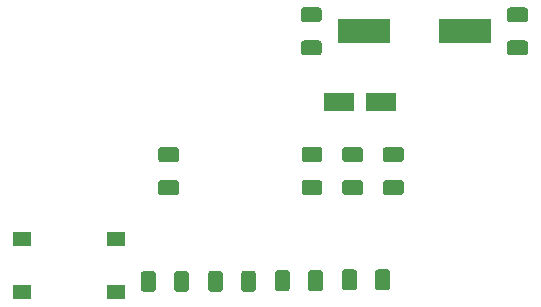
<source format=gbr>
G04 #@! TF.GenerationSoftware,KiCad,Pcbnew,(5.0.0)*
G04 #@! TF.CreationDate,2018-10-08T15:54:37-05:00*
G04 #@! TF.ProjectId,YAPS_Arduino_Shield_AVR,594150535F41726475696E6F5F536869,1.0*
G04 #@! TF.SameCoordinates,Original*
G04 #@! TF.FileFunction,Paste,Top*
G04 #@! TF.FilePolarity,Positive*
%FSLAX46Y46*%
G04 Gerber Fmt 4.6, Leading zero omitted, Abs format (unit mm)*
G04 Created by KiCad (PCBNEW (5.0.0)) date 10/08/18 15:54:37*
%MOMM*%
%LPD*%
G01*
G04 APERTURE LIST*
%ADD10C,0.127000*%
%ADD11C,1.250000*%
%ADD12R,1.550000X1.300000*%
%ADD13R,2.600000X1.600000*%
%ADD14R,4.500000X2.000000*%
G04 APERTURE END LIST*
D10*
G04 #@! TO.C,D4*
G36*
X146837504Y-118214204D02*
X146861773Y-118217804D01*
X146885571Y-118223765D01*
X146908671Y-118232030D01*
X146930849Y-118242520D01*
X146951893Y-118255133D01*
X146971598Y-118269747D01*
X146989777Y-118286223D01*
X147006253Y-118304402D01*
X147020867Y-118324107D01*
X147033480Y-118345151D01*
X147043970Y-118367329D01*
X147052235Y-118390429D01*
X147058196Y-118414227D01*
X147061796Y-118438496D01*
X147063000Y-118463000D01*
X147063000Y-119713000D01*
X147061796Y-119737504D01*
X147058196Y-119761773D01*
X147052235Y-119785571D01*
X147043970Y-119808671D01*
X147033480Y-119830849D01*
X147020867Y-119851893D01*
X147006253Y-119871598D01*
X146989777Y-119889777D01*
X146971598Y-119906253D01*
X146951893Y-119920867D01*
X146930849Y-119933480D01*
X146908671Y-119943970D01*
X146885571Y-119952235D01*
X146861773Y-119958196D01*
X146837504Y-119961796D01*
X146813000Y-119963000D01*
X146063000Y-119963000D01*
X146038496Y-119961796D01*
X146014227Y-119958196D01*
X145990429Y-119952235D01*
X145967329Y-119943970D01*
X145945151Y-119933480D01*
X145924107Y-119920867D01*
X145904402Y-119906253D01*
X145886223Y-119889777D01*
X145869747Y-119871598D01*
X145855133Y-119851893D01*
X145842520Y-119830849D01*
X145832030Y-119808671D01*
X145823765Y-119785571D01*
X145817804Y-119761773D01*
X145814204Y-119737504D01*
X145813000Y-119713000D01*
X145813000Y-118463000D01*
X145814204Y-118438496D01*
X145817804Y-118414227D01*
X145823765Y-118390429D01*
X145832030Y-118367329D01*
X145842520Y-118345151D01*
X145855133Y-118324107D01*
X145869747Y-118304402D01*
X145886223Y-118286223D01*
X145904402Y-118269747D01*
X145924107Y-118255133D01*
X145945151Y-118242520D01*
X145967329Y-118232030D01*
X145990429Y-118223765D01*
X146014227Y-118217804D01*
X146038496Y-118214204D01*
X146063000Y-118213000D01*
X146813000Y-118213000D01*
X146837504Y-118214204D01*
X146837504Y-118214204D01*
G37*
D11*
X146438000Y-119088000D03*
D10*
G36*
X149637504Y-118214204D02*
X149661773Y-118217804D01*
X149685571Y-118223765D01*
X149708671Y-118232030D01*
X149730849Y-118242520D01*
X149751893Y-118255133D01*
X149771598Y-118269747D01*
X149789777Y-118286223D01*
X149806253Y-118304402D01*
X149820867Y-118324107D01*
X149833480Y-118345151D01*
X149843970Y-118367329D01*
X149852235Y-118390429D01*
X149858196Y-118414227D01*
X149861796Y-118438496D01*
X149863000Y-118463000D01*
X149863000Y-119713000D01*
X149861796Y-119737504D01*
X149858196Y-119761773D01*
X149852235Y-119785571D01*
X149843970Y-119808671D01*
X149833480Y-119830849D01*
X149820867Y-119851893D01*
X149806253Y-119871598D01*
X149789777Y-119889777D01*
X149771598Y-119906253D01*
X149751893Y-119920867D01*
X149730849Y-119933480D01*
X149708671Y-119943970D01*
X149685571Y-119952235D01*
X149661773Y-119958196D01*
X149637504Y-119961796D01*
X149613000Y-119963000D01*
X148863000Y-119963000D01*
X148838496Y-119961796D01*
X148814227Y-119958196D01*
X148790429Y-119952235D01*
X148767329Y-119943970D01*
X148745151Y-119933480D01*
X148724107Y-119920867D01*
X148704402Y-119906253D01*
X148686223Y-119889777D01*
X148669747Y-119871598D01*
X148655133Y-119851893D01*
X148642520Y-119830849D01*
X148632030Y-119808671D01*
X148623765Y-119785571D01*
X148617804Y-119761773D01*
X148614204Y-119737504D01*
X148613000Y-119713000D01*
X148613000Y-118463000D01*
X148614204Y-118438496D01*
X148617804Y-118414227D01*
X148623765Y-118390429D01*
X148632030Y-118367329D01*
X148642520Y-118345151D01*
X148655133Y-118324107D01*
X148669747Y-118304402D01*
X148686223Y-118286223D01*
X148704402Y-118269747D01*
X148724107Y-118255133D01*
X148745151Y-118242520D01*
X148767329Y-118232030D01*
X148790429Y-118223765D01*
X148814227Y-118217804D01*
X148838496Y-118214204D01*
X148863000Y-118213000D01*
X149613000Y-118213000D01*
X149637504Y-118214204D01*
X149637504Y-118214204D01*
G37*
D11*
X149238000Y-119088000D03*
G04 #@! TD*
D10*
G04 #@! TO.C,R4*
G36*
X148800504Y-107732204D02*
X148824773Y-107735804D01*
X148848571Y-107741765D01*
X148871671Y-107750030D01*
X148893849Y-107760520D01*
X148914893Y-107773133D01*
X148934598Y-107787747D01*
X148952777Y-107804223D01*
X148969253Y-107822402D01*
X148983867Y-107842107D01*
X148996480Y-107863151D01*
X149006970Y-107885329D01*
X149015235Y-107908429D01*
X149021196Y-107932227D01*
X149024796Y-107956496D01*
X149026000Y-107981000D01*
X149026000Y-108731000D01*
X149024796Y-108755504D01*
X149021196Y-108779773D01*
X149015235Y-108803571D01*
X149006970Y-108826671D01*
X148996480Y-108848849D01*
X148983867Y-108869893D01*
X148969253Y-108889598D01*
X148952777Y-108907777D01*
X148934598Y-108924253D01*
X148914893Y-108938867D01*
X148893849Y-108951480D01*
X148871671Y-108961970D01*
X148848571Y-108970235D01*
X148824773Y-108976196D01*
X148800504Y-108979796D01*
X148776000Y-108981000D01*
X147526000Y-108981000D01*
X147501496Y-108979796D01*
X147477227Y-108976196D01*
X147453429Y-108970235D01*
X147430329Y-108961970D01*
X147408151Y-108951480D01*
X147387107Y-108938867D01*
X147367402Y-108924253D01*
X147349223Y-108907777D01*
X147332747Y-108889598D01*
X147318133Y-108869893D01*
X147305520Y-108848849D01*
X147295030Y-108826671D01*
X147286765Y-108803571D01*
X147280804Y-108779773D01*
X147277204Y-108755504D01*
X147276000Y-108731000D01*
X147276000Y-107981000D01*
X147277204Y-107956496D01*
X147280804Y-107932227D01*
X147286765Y-107908429D01*
X147295030Y-107885329D01*
X147305520Y-107863151D01*
X147318133Y-107842107D01*
X147332747Y-107822402D01*
X147349223Y-107804223D01*
X147367402Y-107787747D01*
X147387107Y-107773133D01*
X147408151Y-107760520D01*
X147430329Y-107750030D01*
X147453429Y-107741765D01*
X147477227Y-107735804D01*
X147501496Y-107732204D01*
X147526000Y-107731000D01*
X148776000Y-107731000D01*
X148800504Y-107732204D01*
X148800504Y-107732204D01*
G37*
D11*
X148151000Y-108356000D03*
D10*
G36*
X148800504Y-110532204D02*
X148824773Y-110535804D01*
X148848571Y-110541765D01*
X148871671Y-110550030D01*
X148893849Y-110560520D01*
X148914893Y-110573133D01*
X148934598Y-110587747D01*
X148952777Y-110604223D01*
X148969253Y-110622402D01*
X148983867Y-110642107D01*
X148996480Y-110663151D01*
X149006970Y-110685329D01*
X149015235Y-110708429D01*
X149021196Y-110732227D01*
X149024796Y-110756496D01*
X149026000Y-110781000D01*
X149026000Y-111531000D01*
X149024796Y-111555504D01*
X149021196Y-111579773D01*
X149015235Y-111603571D01*
X149006970Y-111626671D01*
X148996480Y-111648849D01*
X148983867Y-111669893D01*
X148969253Y-111689598D01*
X148952777Y-111707777D01*
X148934598Y-111724253D01*
X148914893Y-111738867D01*
X148893849Y-111751480D01*
X148871671Y-111761970D01*
X148848571Y-111770235D01*
X148824773Y-111776196D01*
X148800504Y-111779796D01*
X148776000Y-111781000D01*
X147526000Y-111781000D01*
X147501496Y-111779796D01*
X147477227Y-111776196D01*
X147453429Y-111770235D01*
X147430329Y-111761970D01*
X147408151Y-111751480D01*
X147387107Y-111738867D01*
X147367402Y-111724253D01*
X147349223Y-111707777D01*
X147332747Y-111689598D01*
X147318133Y-111669893D01*
X147305520Y-111648849D01*
X147295030Y-111626671D01*
X147286765Y-111603571D01*
X147280804Y-111579773D01*
X147277204Y-111555504D01*
X147276000Y-111531000D01*
X147276000Y-110781000D01*
X147277204Y-110756496D01*
X147280804Y-110732227D01*
X147286765Y-110708429D01*
X147295030Y-110685329D01*
X147305520Y-110663151D01*
X147318133Y-110642107D01*
X147332747Y-110622402D01*
X147349223Y-110604223D01*
X147367402Y-110587747D01*
X147387107Y-110573133D01*
X147408151Y-110560520D01*
X147430329Y-110550030D01*
X147453429Y-110541765D01*
X147477227Y-110535804D01*
X147501496Y-110532204D01*
X147526000Y-110531000D01*
X148776000Y-110531000D01*
X148800504Y-110532204D01*
X148800504Y-110532204D01*
G37*
D11*
X148151000Y-111156000D03*
G04 #@! TD*
D12*
G04 #@! TO.C,SW1*
X135743000Y-115482000D03*
X143693000Y-115482000D03*
X135743000Y-119982000D03*
X143693000Y-119982000D03*
G04 #@! TD*
D10*
G04 #@! TO.C,C1*
G36*
X160872504Y-95888104D02*
X160896773Y-95891704D01*
X160920571Y-95897665D01*
X160943671Y-95905930D01*
X160965849Y-95916420D01*
X160986893Y-95929033D01*
X161006598Y-95943647D01*
X161024777Y-95960123D01*
X161041253Y-95978302D01*
X161055867Y-95998007D01*
X161068480Y-96019051D01*
X161078970Y-96041229D01*
X161087235Y-96064329D01*
X161093196Y-96088127D01*
X161096796Y-96112396D01*
X161098000Y-96136900D01*
X161098000Y-96886900D01*
X161096796Y-96911404D01*
X161093196Y-96935673D01*
X161087235Y-96959471D01*
X161078970Y-96982571D01*
X161068480Y-97004749D01*
X161055867Y-97025793D01*
X161041253Y-97045498D01*
X161024777Y-97063677D01*
X161006598Y-97080153D01*
X160986893Y-97094767D01*
X160965849Y-97107380D01*
X160943671Y-97117870D01*
X160920571Y-97126135D01*
X160896773Y-97132096D01*
X160872504Y-97135696D01*
X160848000Y-97136900D01*
X159598000Y-97136900D01*
X159573496Y-97135696D01*
X159549227Y-97132096D01*
X159525429Y-97126135D01*
X159502329Y-97117870D01*
X159480151Y-97107380D01*
X159459107Y-97094767D01*
X159439402Y-97080153D01*
X159421223Y-97063677D01*
X159404747Y-97045498D01*
X159390133Y-97025793D01*
X159377520Y-97004749D01*
X159367030Y-96982571D01*
X159358765Y-96959471D01*
X159352804Y-96935673D01*
X159349204Y-96911404D01*
X159348000Y-96886900D01*
X159348000Y-96136900D01*
X159349204Y-96112396D01*
X159352804Y-96088127D01*
X159358765Y-96064329D01*
X159367030Y-96041229D01*
X159377520Y-96019051D01*
X159390133Y-95998007D01*
X159404747Y-95978302D01*
X159421223Y-95960123D01*
X159439402Y-95943647D01*
X159459107Y-95929033D01*
X159480151Y-95916420D01*
X159502329Y-95905930D01*
X159525429Y-95897665D01*
X159549227Y-95891704D01*
X159573496Y-95888104D01*
X159598000Y-95886900D01*
X160848000Y-95886900D01*
X160872504Y-95888104D01*
X160872504Y-95888104D01*
G37*
D11*
X160223000Y-96511900D03*
D10*
G36*
X160872504Y-98688104D02*
X160896773Y-98691704D01*
X160920571Y-98697665D01*
X160943671Y-98705930D01*
X160965849Y-98716420D01*
X160986893Y-98729033D01*
X161006598Y-98743647D01*
X161024777Y-98760123D01*
X161041253Y-98778302D01*
X161055867Y-98798007D01*
X161068480Y-98819051D01*
X161078970Y-98841229D01*
X161087235Y-98864329D01*
X161093196Y-98888127D01*
X161096796Y-98912396D01*
X161098000Y-98936900D01*
X161098000Y-99686900D01*
X161096796Y-99711404D01*
X161093196Y-99735673D01*
X161087235Y-99759471D01*
X161078970Y-99782571D01*
X161068480Y-99804749D01*
X161055867Y-99825793D01*
X161041253Y-99845498D01*
X161024777Y-99863677D01*
X161006598Y-99880153D01*
X160986893Y-99894767D01*
X160965849Y-99907380D01*
X160943671Y-99917870D01*
X160920571Y-99926135D01*
X160896773Y-99932096D01*
X160872504Y-99935696D01*
X160848000Y-99936900D01*
X159598000Y-99936900D01*
X159573496Y-99935696D01*
X159549227Y-99932096D01*
X159525429Y-99926135D01*
X159502329Y-99917870D01*
X159480151Y-99907380D01*
X159459107Y-99894767D01*
X159439402Y-99880153D01*
X159421223Y-99863677D01*
X159404747Y-99845498D01*
X159390133Y-99825793D01*
X159377520Y-99804749D01*
X159367030Y-99782571D01*
X159358765Y-99759471D01*
X159352804Y-99735673D01*
X159349204Y-99711404D01*
X159348000Y-99686900D01*
X159348000Y-98936900D01*
X159349204Y-98912396D01*
X159352804Y-98888127D01*
X159358765Y-98864329D01*
X159367030Y-98841229D01*
X159377520Y-98819051D01*
X159390133Y-98798007D01*
X159404747Y-98778302D01*
X159421223Y-98760123D01*
X159439402Y-98743647D01*
X159459107Y-98729033D01*
X159480151Y-98716420D01*
X159502329Y-98705930D01*
X159525429Y-98697665D01*
X159549227Y-98691704D01*
X159573496Y-98688104D01*
X159598000Y-98686900D01*
X160848000Y-98686900D01*
X160872504Y-98688104D01*
X160872504Y-98688104D01*
G37*
D11*
X160223000Y-99311900D03*
G04 #@! TD*
D10*
G04 #@! TO.C,C2*
G36*
X178340504Y-98688104D02*
X178364773Y-98691704D01*
X178388571Y-98697665D01*
X178411671Y-98705930D01*
X178433849Y-98716420D01*
X178454893Y-98729033D01*
X178474598Y-98743647D01*
X178492777Y-98760123D01*
X178509253Y-98778302D01*
X178523867Y-98798007D01*
X178536480Y-98819051D01*
X178546970Y-98841229D01*
X178555235Y-98864329D01*
X178561196Y-98888127D01*
X178564796Y-98912396D01*
X178566000Y-98936900D01*
X178566000Y-99686900D01*
X178564796Y-99711404D01*
X178561196Y-99735673D01*
X178555235Y-99759471D01*
X178546970Y-99782571D01*
X178536480Y-99804749D01*
X178523867Y-99825793D01*
X178509253Y-99845498D01*
X178492777Y-99863677D01*
X178474598Y-99880153D01*
X178454893Y-99894767D01*
X178433849Y-99907380D01*
X178411671Y-99917870D01*
X178388571Y-99926135D01*
X178364773Y-99932096D01*
X178340504Y-99935696D01*
X178316000Y-99936900D01*
X177066000Y-99936900D01*
X177041496Y-99935696D01*
X177017227Y-99932096D01*
X176993429Y-99926135D01*
X176970329Y-99917870D01*
X176948151Y-99907380D01*
X176927107Y-99894767D01*
X176907402Y-99880153D01*
X176889223Y-99863677D01*
X176872747Y-99845498D01*
X176858133Y-99825793D01*
X176845520Y-99804749D01*
X176835030Y-99782571D01*
X176826765Y-99759471D01*
X176820804Y-99735673D01*
X176817204Y-99711404D01*
X176816000Y-99686900D01*
X176816000Y-98936900D01*
X176817204Y-98912396D01*
X176820804Y-98888127D01*
X176826765Y-98864329D01*
X176835030Y-98841229D01*
X176845520Y-98819051D01*
X176858133Y-98798007D01*
X176872747Y-98778302D01*
X176889223Y-98760123D01*
X176907402Y-98743647D01*
X176927107Y-98729033D01*
X176948151Y-98716420D01*
X176970329Y-98705930D01*
X176993429Y-98697665D01*
X177017227Y-98691704D01*
X177041496Y-98688104D01*
X177066000Y-98686900D01*
X178316000Y-98686900D01*
X178340504Y-98688104D01*
X178340504Y-98688104D01*
G37*
D11*
X177691000Y-99311900D03*
D10*
G36*
X178340504Y-95888104D02*
X178364773Y-95891704D01*
X178388571Y-95897665D01*
X178411671Y-95905930D01*
X178433849Y-95916420D01*
X178454893Y-95929033D01*
X178474598Y-95943647D01*
X178492777Y-95960123D01*
X178509253Y-95978302D01*
X178523867Y-95998007D01*
X178536480Y-96019051D01*
X178546970Y-96041229D01*
X178555235Y-96064329D01*
X178561196Y-96088127D01*
X178564796Y-96112396D01*
X178566000Y-96136900D01*
X178566000Y-96886900D01*
X178564796Y-96911404D01*
X178561196Y-96935673D01*
X178555235Y-96959471D01*
X178546970Y-96982571D01*
X178536480Y-97004749D01*
X178523867Y-97025793D01*
X178509253Y-97045498D01*
X178492777Y-97063677D01*
X178474598Y-97080153D01*
X178454893Y-97094767D01*
X178433849Y-97107380D01*
X178411671Y-97117870D01*
X178388571Y-97126135D01*
X178364773Y-97132096D01*
X178340504Y-97135696D01*
X178316000Y-97136900D01*
X177066000Y-97136900D01*
X177041496Y-97135696D01*
X177017227Y-97132096D01*
X176993429Y-97126135D01*
X176970329Y-97117870D01*
X176948151Y-97107380D01*
X176927107Y-97094767D01*
X176907402Y-97080153D01*
X176889223Y-97063677D01*
X176872747Y-97045498D01*
X176858133Y-97025793D01*
X176845520Y-97004749D01*
X176835030Y-96982571D01*
X176826765Y-96959471D01*
X176820804Y-96935673D01*
X176817204Y-96911404D01*
X176816000Y-96886900D01*
X176816000Y-96136900D01*
X176817204Y-96112396D01*
X176820804Y-96088127D01*
X176826765Y-96064329D01*
X176835030Y-96041229D01*
X176845520Y-96019051D01*
X176858133Y-95998007D01*
X176872747Y-95978302D01*
X176889223Y-95960123D01*
X176907402Y-95943647D01*
X176927107Y-95929033D01*
X176948151Y-95916420D01*
X176970329Y-95905930D01*
X176993429Y-95897665D01*
X177017227Y-95891704D01*
X177041496Y-95888104D01*
X177066000Y-95886900D01*
X178316000Y-95886900D01*
X178340504Y-95888104D01*
X178340504Y-95888104D01*
G37*
D11*
X177691000Y-96511900D03*
G04 #@! TD*
D13*
G04 #@! TO.C,C3*
X166158000Y-103886000D03*
X162558000Y-103886000D03*
G04 #@! TD*
D10*
G04 #@! TO.C,D1*
G36*
X166665504Y-118074204D02*
X166689773Y-118077804D01*
X166713571Y-118083765D01*
X166736671Y-118092030D01*
X166758849Y-118102520D01*
X166779893Y-118115133D01*
X166799598Y-118129747D01*
X166817777Y-118146223D01*
X166834253Y-118164402D01*
X166848867Y-118184107D01*
X166861480Y-118205151D01*
X166871970Y-118227329D01*
X166880235Y-118250429D01*
X166886196Y-118274227D01*
X166889796Y-118298496D01*
X166891000Y-118323000D01*
X166891000Y-119573000D01*
X166889796Y-119597504D01*
X166886196Y-119621773D01*
X166880235Y-119645571D01*
X166871970Y-119668671D01*
X166861480Y-119690849D01*
X166848867Y-119711893D01*
X166834253Y-119731598D01*
X166817777Y-119749777D01*
X166799598Y-119766253D01*
X166779893Y-119780867D01*
X166758849Y-119793480D01*
X166736671Y-119803970D01*
X166713571Y-119812235D01*
X166689773Y-119818196D01*
X166665504Y-119821796D01*
X166641000Y-119823000D01*
X165891000Y-119823000D01*
X165866496Y-119821796D01*
X165842227Y-119818196D01*
X165818429Y-119812235D01*
X165795329Y-119803970D01*
X165773151Y-119793480D01*
X165752107Y-119780867D01*
X165732402Y-119766253D01*
X165714223Y-119749777D01*
X165697747Y-119731598D01*
X165683133Y-119711893D01*
X165670520Y-119690849D01*
X165660030Y-119668671D01*
X165651765Y-119645571D01*
X165645804Y-119621773D01*
X165642204Y-119597504D01*
X165641000Y-119573000D01*
X165641000Y-118323000D01*
X165642204Y-118298496D01*
X165645804Y-118274227D01*
X165651765Y-118250429D01*
X165660030Y-118227329D01*
X165670520Y-118205151D01*
X165683133Y-118184107D01*
X165697747Y-118164402D01*
X165714223Y-118146223D01*
X165732402Y-118129747D01*
X165752107Y-118115133D01*
X165773151Y-118102520D01*
X165795329Y-118092030D01*
X165818429Y-118083765D01*
X165842227Y-118077804D01*
X165866496Y-118074204D01*
X165891000Y-118073000D01*
X166641000Y-118073000D01*
X166665504Y-118074204D01*
X166665504Y-118074204D01*
G37*
D11*
X166266000Y-118948000D03*
D10*
G36*
X163865504Y-118074204D02*
X163889773Y-118077804D01*
X163913571Y-118083765D01*
X163936671Y-118092030D01*
X163958849Y-118102520D01*
X163979893Y-118115133D01*
X163999598Y-118129747D01*
X164017777Y-118146223D01*
X164034253Y-118164402D01*
X164048867Y-118184107D01*
X164061480Y-118205151D01*
X164071970Y-118227329D01*
X164080235Y-118250429D01*
X164086196Y-118274227D01*
X164089796Y-118298496D01*
X164091000Y-118323000D01*
X164091000Y-119573000D01*
X164089796Y-119597504D01*
X164086196Y-119621773D01*
X164080235Y-119645571D01*
X164071970Y-119668671D01*
X164061480Y-119690849D01*
X164048867Y-119711893D01*
X164034253Y-119731598D01*
X164017777Y-119749777D01*
X163999598Y-119766253D01*
X163979893Y-119780867D01*
X163958849Y-119793480D01*
X163936671Y-119803970D01*
X163913571Y-119812235D01*
X163889773Y-119818196D01*
X163865504Y-119821796D01*
X163841000Y-119823000D01*
X163091000Y-119823000D01*
X163066496Y-119821796D01*
X163042227Y-119818196D01*
X163018429Y-119812235D01*
X162995329Y-119803970D01*
X162973151Y-119793480D01*
X162952107Y-119780867D01*
X162932402Y-119766253D01*
X162914223Y-119749777D01*
X162897747Y-119731598D01*
X162883133Y-119711893D01*
X162870520Y-119690849D01*
X162860030Y-119668671D01*
X162851765Y-119645571D01*
X162845804Y-119621773D01*
X162842204Y-119597504D01*
X162841000Y-119573000D01*
X162841000Y-118323000D01*
X162842204Y-118298496D01*
X162845804Y-118274227D01*
X162851765Y-118250429D01*
X162860030Y-118227329D01*
X162870520Y-118205151D01*
X162883133Y-118184107D01*
X162897747Y-118164402D01*
X162914223Y-118146223D01*
X162932402Y-118129747D01*
X162952107Y-118115133D01*
X162973151Y-118102520D01*
X162995329Y-118092030D01*
X163018429Y-118083765D01*
X163042227Y-118077804D01*
X163066496Y-118074204D01*
X163091000Y-118073000D01*
X163841000Y-118073000D01*
X163865504Y-118074204D01*
X163865504Y-118074204D01*
G37*
D11*
X163466000Y-118948000D03*
G04 #@! TD*
D10*
G04 #@! TO.C,D2*
G36*
X158189504Y-118138204D02*
X158213773Y-118141804D01*
X158237571Y-118147765D01*
X158260671Y-118156030D01*
X158282849Y-118166520D01*
X158303893Y-118179133D01*
X158323598Y-118193747D01*
X158341777Y-118210223D01*
X158358253Y-118228402D01*
X158372867Y-118248107D01*
X158385480Y-118269151D01*
X158395970Y-118291329D01*
X158404235Y-118314429D01*
X158410196Y-118338227D01*
X158413796Y-118362496D01*
X158415000Y-118387000D01*
X158415000Y-119637000D01*
X158413796Y-119661504D01*
X158410196Y-119685773D01*
X158404235Y-119709571D01*
X158395970Y-119732671D01*
X158385480Y-119754849D01*
X158372867Y-119775893D01*
X158358253Y-119795598D01*
X158341777Y-119813777D01*
X158323598Y-119830253D01*
X158303893Y-119844867D01*
X158282849Y-119857480D01*
X158260671Y-119867970D01*
X158237571Y-119876235D01*
X158213773Y-119882196D01*
X158189504Y-119885796D01*
X158165000Y-119887000D01*
X157415000Y-119887000D01*
X157390496Y-119885796D01*
X157366227Y-119882196D01*
X157342429Y-119876235D01*
X157319329Y-119867970D01*
X157297151Y-119857480D01*
X157276107Y-119844867D01*
X157256402Y-119830253D01*
X157238223Y-119813777D01*
X157221747Y-119795598D01*
X157207133Y-119775893D01*
X157194520Y-119754849D01*
X157184030Y-119732671D01*
X157175765Y-119709571D01*
X157169804Y-119685773D01*
X157166204Y-119661504D01*
X157165000Y-119637000D01*
X157165000Y-118387000D01*
X157166204Y-118362496D01*
X157169804Y-118338227D01*
X157175765Y-118314429D01*
X157184030Y-118291329D01*
X157194520Y-118269151D01*
X157207133Y-118248107D01*
X157221747Y-118228402D01*
X157238223Y-118210223D01*
X157256402Y-118193747D01*
X157276107Y-118179133D01*
X157297151Y-118166520D01*
X157319329Y-118156030D01*
X157342429Y-118147765D01*
X157366227Y-118141804D01*
X157390496Y-118138204D01*
X157415000Y-118137000D01*
X158165000Y-118137000D01*
X158189504Y-118138204D01*
X158189504Y-118138204D01*
G37*
D11*
X157790000Y-119012000D03*
D10*
G36*
X160989504Y-118138204D02*
X161013773Y-118141804D01*
X161037571Y-118147765D01*
X161060671Y-118156030D01*
X161082849Y-118166520D01*
X161103893Y-118179133D01*
X161123598Y-118193747D01*
X161141777Y-118210223D01*
X161158253Y-118228402D01*
X161172867Y-118248107D01*
X161185480Y-118269151D01*
X161195970Y-118291329D01*
X161204235Y-118314429D01*
X161210196Y-118338227D01*
X161213796Y-118362496D01*
X161215000Y-118387000D01*
X161215000Y-119637000D01*
X161213796Y-119661504D01*
X161210196Y-119685773D01*
X161204235Y-119709571D01*
X161195970Y-119732671D01*
X161185480Y-119754849D01*
X161172867Y-119775893D01*
X161158253Y-119795598D01*
X161141777Y-119813777D01*
X161123598Y-119830253D01*
X161103893Y-119844867D01*
X161082849Y-119857480D01*
X161060671Y-119867970D01*
X161037571Y-119876235D01*
X161013773Y-119882196D01*
X160989504Y-119885796D01*
X160965000Y-119887000D01*
X160215000Y-119887000D01*
X160190496Y-119885796D01*
X160166227Y-119882196D01*
X160142429Y-119876235D01*
X160119329Y-119867970D01*
X160097151Y-119857480D01*
X160076107Y-119844867D01*
X160056402Y-119830253D01*
X160038223Y-119813777D01*
X160021747Y-119795598D01*
X160007133Y-119775893D01*
X159994520Y-119754849D01*
X159984030Y-119732671D01*
X159975765Y-119709571D01*
X159969804Y-119685773D01*
X159966204Y-119661504D01*
X159965000Y-119637000D01*
X159965000Y-118387000D01*
X159966204Y-118362496D01*
X159969804Y-118338227D01*
X159975765Y-118314429D01*
X159984030Y-118291329D01*
X159994520Y-118269151D01*
X160007133Y-118248107D01*
X160021747Y-118228402D01*
X160038223Y-118210223D01*
X160056402Y-118193747D01*
X160076107Y-118179133D01*
X160097151Y-118166520D01*
X160119329Y-118156030D01*
X160142429Y-118147765D01*
X160166227Y-118141804D01*
X160190496Y-118138204D01*
X160215000Y-118137000D01*
X160965000Y-118137000D01*
X160989504Y-118138204D01*
X160989504Y-118138204D01*
G37*
D11*
X160590000Y-119012000D03*
G04 #@! TD*
D10*
G04 #@! TO.C,D3*
G36*
X152513504Y-118201204D02*
X152537773Y-118204804D01*
X152561571Y-118210765D01*
X152584671Y-118219030D01*
X152606849Y-118229520D01*
X152627893Y-118242133D01*
X152647598Y-118256747D01*
X152665777Y-118273223D01*
X152682253Y-118291402D01*
X152696867Y-118311107D01*
X152709480Y-118332151D01*
X152719970Y-118354329D01*
X152728235Y-118377429D01*
X152734196Y-118401227D01*
X152737796Y-118425496D01*
X152739000Y-118450000D01*
X152739000Y-119700000D01*
X152737796Y-119724504D01*
X152734196Y-119748773D01*
X152728235Y-119772571D01*
X152719970Y-119795671D01*
X152709480Y-119817849D01*
X152696867Y-119838893D01*
X152682253Y-119858598D01*
X152665777Y-119876777D01*
X152647598Y-119893253D01*
X152627893Y-119907867D01*
X152606849Y-119920480D01*
X152584671Y-119930970D01*
X152561571Y-119939235D01*
X152537773Y-119945196D01*
X152513504Y-119948796D01*
X152489000Y-119950000D01*
X151739000Y-119950000D01*
X151714496Y-119948796D01*
X151690227Y-119945196D01*
X151666429Y-119939235D01*
X151643329Y-119930970D01*
X151621151Y-119920480D01*
X151600107Y-119907867D01*
X151580402Y-119893253D01*
X151562223Y-119876777D01*
X151545747Y-119858598D01*
X151531133Y-119838893D01*
X151518520Y-119817849D01*
X151508030Y-119795671D01*
X151499765Y-119772571D01*
X151493804Y-119748773D01*
X151490204Y-119724504D01*
X151489000Y-119700000D01*
X151489000Y-118450000D01*
X151490204Y-118425496D01*
X151493804Y-118401227D01*
X151499765Y-118377429D01*
X151508030Y-118354329D01*
X151518520Y-118332151D01*
X151531133Y-118311107D01*
X151545747Y-118291402D01*
X151562223Y-118273223D01*
X151580402Y-118256747D01*
X151600107Y-118242133D01*
X151621151Y-118229520D01*
X151643329Y-118219030D01*
X151666429Y-118210765D01*
X151690227Y-118204804D01*
X151714496Y-118201204D01*
X151739000Y-118200000D01*
X152489000Y-118200000D01*
X152513504Y-118201204D01*
X152513504Y-118201204D01*
G37*
D11*
X152114000Y-119075000D03*
D10*
G36*
X155313504Y-118201204D02*
X155337773Y-118204804D01*
X155361571Y-118210765D01*
X155384671Y-118219030D01*
X155406849Y-118229520D01*
X155427893Y-118242133D01*
X155447598Y-118256747D01*
X155465777Y-118273223D01*
X155482253Y-118291402D01*
X155496867Y-118311107D01*
X155509480Y-118332151D01*
X155519970Y-118354329D01*
X155528235Y-118377429D01*
X155534196Y-118401227D01*
X155537796Y-118425496D01*
X155539000Y-118450000D01*
X155539000Y-119700000D01*
X155537796Y-119724504D01*
X155534196Y-119748773D01*
X155528235Y-119772571D01*
X155519970Y-119795671D01*
X155509480Y-119817849D01*
X155496867Y-119838893D01*
X155482253Y-119858598D01*
X155465777Y-119876777D01*
X155447598Y-119893253D01*
X155427893Y-119907867D01*
X155406849Y-119920480D01*
X155384671Y-119930970D01*
X155361571Y-119939235D01*
X155337773Y-119945196D01*
X155313504Y-119948796D01*
X155289000Y-119950000D01*
X154539000Y-119950000D01*
X154514496Y-119948796D01*
X154490227Y-119945196D01*
X154466429Y-119939235D01*
X154443329Y-119930970D01*
X154421151Y-119920480D01*
X154400107Y-119907867D01*
X154380402Y-119893253D01*
X154362223Y-119876777D01*
X154345747Y-119858598D01*
X154331133Y-119838893D01*
X154318520Y-119817849D01*
X154308030Y-119795671D01*
X154299765Y-119772571D01*
X154293804Y-119748773D01*
X154290204Y-119724504D01*
X154289000Y-119700000D01*
X154289000Y-118450000D01*
X154290204Y-118425496D01*
X154293804Y-118401227D01*
X154299765Y-118377429D01*
X154308030Y-118354329D01*
X154318520Y-118332151D01*
X154331133Y-118311107D01*
X154345747Y-118291402D01*
X154362223Y-118273223D01*
X154380402Y-118256747D01*
X154400107Y-118242133D01*
X154421151Y-118229520D01*
X154443329Y-118219030D01*
X154466429Y-118210765D01*
X154490227Y-118204804D01*
X154514496Y-118201204D01*
X154539000Y-118200000D01*
X155289000Y-118200000D01*
X155313504Y-118201204D01*
X155313504Y-118201204D01*
G37*
D11*
X154914000Y-119075000D03*
G04 #@! TD*
D10*
G04 #@! TO.C,R1*
G36*
X160936504Y-107718204D02*
X160960773Y-107721804D01*
X160984571Y-107727765D01*
X161007671Y-107736030D01*
X161029849Y-107746520D01*
X161050893Y-107759133D01*
X161070598Y-107773747D01*
X161088777Y-107790223D01*
X161105253Y-107808402D01*
X161119867Y-107828107D01*
X161132480Y-107849151D01*
X161142970Y-107871329D01*
X161151235Y-107894429D01*
X161157196Y-107918227D01*
X161160796Y-107942496D01*
X161162000Y-107967000D01*
X161162000Y-108717000D01*
X161160796Y-108741504D01*
X161157196Y-108765773D01*
X161151235Y-108789571D01*
X161142970Y-108812671D01*
X161132480Y-108834849D01*
X161119867Y-108855893D01*
X161105253Y-108875598D01*
X161088777Y-108893777D01*
X161070598Y-108910253D01*
X161050893Y-108924867D01*
X161029849Y-108937480D01*
X161007671Y-108947970D01*
X160984571Y-108956235D01*
X160960773Y-108962196D01*
X160936504Y-108965796D01*
X160912000Y-108967000D01*
X159662000Y-108967000D01*
X159637496Y-108965796D01*
X159613227Y-108962196D01*
X159589429Y-108956235D01*
X159566329Y-108947970D01*
X159544151Y-108937480D01*
X159523107Y-108924867D01*
X159503402Y-108910253D01*
X159485223Y-108893777D01*
X159468747Y-108875598D01*
X159454133Y-108855893D01*
X159441520Y-108834849D01*
X159431030Y-108812671D01*
X159422765Y-108789571D01*
X159416804Y-108765773D01*
X159413204Y-108741504D01*
X159412000Y-108717000D01*
X159412000Y-107967000D01*
X159413204Y-107942496D01*
X159416804Y-107918227D01*
X159422765Y-107894429D01*
X159431030Y-107871329D01*
X159441520Y-107849151D01*
X159454133Y-107828107D01*
X159468747Y-107808402D01*
X159485223Y-107790223D01*
X159503402Y-107773747D01*
X159523107Y-107759133D01*
X159544151Y-107746520D01*
X159566329Y-107736030D01*
X159589429Y-107727765D01*
X159613227Y-107721804D01*
X159637496Y-107718204D01*
X159662000Y-107717000D01*
X160912000Y-107717000D01*
X160936504Y-107718204D01*
X160936504Y-107718204D01*
G37*
D11*
X160287000Y-108342000D03*
D10*
G36*
X160936504Y-110518204D02*
X160960773Y-110521804D01*
X160984571Y-110527765D01*
X161007671Y-110536030D01*
X161029849Y-110546520D01*
X161050893Y-110559133D01*
X161070598Y-110573747D01*
X161088777Y-110590223D01*
X161105253Y-110608402D01*
X161119867Y-110628107D01*
X161132480Y-110649151D01*
X161142970Y-110671329D01*
X161151235Y-110694429D01*
X161157196Y-110718227D01*
X161160796Y-110742496D01*
X161162000Y-110767000D01*
X161162000Y-111517000D01*
X161160796Y-111541504D01*
X161157196Y-111565773D01*
X161151235Y-111589571D01*
X161142970Y-111612671D01*
X161132480Y-111634849D01*
X161119867Y-111655893D01*
X161105253Y-111675598D01*
X161088777Y-111693777D01*
X161070598Y-111710253D01*
X161050893Y-111724867D01*
X161029849Y-111737480D01*
X161007671Y-111747970D01*
X160984571Y-111756235D01*
X160960773Y-111762196D01*
X160936504Y-111765796D01*
X160912000Y-111767000D01*
X159662000Y-111767000D01*
X159637496Y-111765796D01*
X159613227Y-111762196D01*
X159589429Y-111756235D01*
X159566329Y-111747970D01*
X159544151Y-111737480D01*
X159523107Y-111724867D01*
X159503402Y-111710253D01*
X159485223Y-111693777D01*
X159468747Y-111675598D01*
X159454133Y-111655893D01*
X159441520Y-111634849D01*
X159431030Y-111612671D01*
X159422765Y-111589571D01*
X159416804Y-111565773D01*
X159413204Y-111541504D01*
X159412000Y-111517000D01*
X159412000Y-110767000D01*
X159413204Y-110742496D01*
X159416804Y-110718227D01*
X159422765Y-110694429D01*
X159431030Y-110671329D01*
X159441520Y-110649151D01*
X159454133Y-110628107D01*
X159468747Y-110608402D01*
X159485223Y-110590223D01*
X159503402Y-110573747D01*
X159523107Y-110559133D01*
X159544151Y-110546520D01*
X159566329Y-110536030D01*
X159589429Y-110527765D01*
X159613227Y-110521804D01*
X159637496Y-110518204D01*
X159662000Y-110517000D01*
X160912000Y-110517000D01*
X160936504Y-110518204D01*
X160936504Y-110518204D01*
G37*
D11*
X160287000Y-111142000D03*
G04 #@! TD*
D10*
G04 #@! TO.C,R2*
G36*
X164381504Y-110518204D02*
X164405773Y-110521804D01*
X164429571Y-110527765D01*
X164452671Y-110536030D01*
X164474849Y-110546520D01*
X164495893Y-110559133D01*
X164515598Y-110573747D01*
X164533777Y-110590223D01*
X164550253Y-110608402D01*
X164564867Y-110628107D01*
X164577480Y-110649151D01*
X164587970Y-110671329D01*
X164596235Y-110694429D01*
X164602196Y-110718227D01*
X164605796Y-110742496D01*
X164607000Y-110767000D01*
X164607000Y-111517000D01*
X164605796Y-111541504D01*
X164602196Y-111565773D01*
X164596235Y-111589571D01*
X164587970Y-111612671D01*
X164577480Y-111634849D01*
X164564867Y-111655893D01*
X164550253Y-111675598D01*
X164533777Y-111693777D01*
X164515598Y-111710253D01*
X164495893Y-111724867D01*
X164474849Y-111737480D01*
X164452671Y-111747970D01*
X164429571Y-111756235D01*
X164405773Y-111762196D01*
X164381504Y-111765796D01*
X164357000Y-111767000D01*
X163107000Y-111767000D01*
X163082496Y-111765796D01*
X163058227Y-111762196D01*
X163034429Y-111756235D01*
X163011329Y-111747970D01*
X162989151Y-111737480D01*
X162968107Y-111724867D01*
X162948402Y-111710253D01*
X162930223Y-111693777D01*
X162913747Y-111675598D01*
X162899133Y-111655893D01*
X162886520Y-111634849D01*
X162876030Y-111612671D01*
X162867765Y-111589571D01*
X162861804Y-111565773D01*
X162858204Y-111541504D01*
X162857000Y-111517000D01*
X162857000Y-110767000D01*
X162858204Y-110742496D01*
X162861804Y-110718227D01*
X162867765Y-110694429D01*
X162876030Y-110671329D01*
X162886520Y-110649151D01*
X162899133Y-110628107D01*
X162913747Y-110608402D01*
X162930223Y-110590223D01*
X162948402Y-110573747D01*
X162968107Y-110559133D01*
X162989151Y-110546520D01*
X163011329Y-110536030D01*
X163034429Y-110527765D01*
X163058227Y-110521804D01*
X163082496Y-110518204D01*
X163107000Y-110517000D01*
X164357000Y-110517000D01*
X164381504Y-110518204D01*
X164381504Y-110518204D01*
G37*
D11*
X163732000Y-111142000D03*
D10*
G36*
X164381504Y-107718204D02*
X164405773Y-107721804D01*
X164429571Y-107727765D01*
X164452671Y-107736030D01*
X164474849Y-107746520D01*
X164495893Y-107759133D01*
X164515598Y-107773747D01*
X164533777Y-107790223D01*
X164550253Y-107808402D01*
X164564867Y-107828107D01*
X164577480Y-107849151D01*
X164587970Y-107871329D01*
X164596235Y-107894429D01*
X164602196Y-107918227D01*
X164605796Y-107942496D01*
X164607000Y-107967000D01*
X164607000Y-108717000D01*
X164605796Y-108741504D01*
X164602196Y-108765773D01*
X164596235Y-108789571D01*
X164587970Y-108812671D01*
X164577480Y-108834849D01*
X164564867Y-108855893D01*
X164550253Y-108875598D01*
X164533777Y-108893777D01*
X164515598Y-108910253D01*
X164495893Y-108924867D01*
X164474849Y-108937480D01*
X164452671Y-108947970D01*
X164429571Y-108956235D01*
X164405773Y-108962196D01*
X164381504Y-108965796D01*
X164357000Y-108967000D01*
X163107000Y-108967000D01*
X163082496Y-108965796D01*
X163058227Y-108962196D01*
X163034429Y-108956235D01*
X163011329Y-108947970D01*
X162989151Y-108937480D01*
X162968107Y-108924867D01*
X162948402Y-108910253D01*
X162930223Y-108893777D01*
X162913747Y-108875598D01*
X162899133Y-108855893D01*
X162886520Y-108834849D01*
X162876030Y-108812671D01*
X162867765Y-108789571D01*
X162861804Y-108765773D01*
X162858204Y-108741504D01*
X162857000Y-108717000D01*
X162857000Y-107967000D01*
X162858204Y-107942496D01*
X162861804Y-107918227D01*
X162867765Y-107894429D01*
X162876030Y-107871329D01*
X162886520Y-107849151D01*
X162899133Y-107828107D01*
X162913747Y-107808402D01*
X162930223Y-107790223D01*
X162948402Y-107773747D01*
X162968107Y-107759133D01*
X162989151Y-107746520D01*
X163011329Y-107736030D01*
X163034429Y-107727765D01*
X163058227Y-107721804D01*
X163082496Y-107718204D01*
X163107000Y-107717000D01*
X164357000Y-107717000D01*
X164381504Y-107718204D01*
X164381504Y-107718204D01*
G37*
D11*
X163732000Y-108342000D03*
G04 #@! TD*
D10*
G04 #@! TO.C,R3*
G36*
X167827504Y-107718204D02*
X167851773Y-107721804D01*
X167875571Y-107727765D01*
X167898671Y-107736030D01*
X167920849Y-107746520D01*
X167941893Y-107759133D01*
X167961598Y-107773747D01*
X167979777Y-107790223D01*
X167996253Y-107808402D01*
X168010867Y-107828107D01*
X168023480Y-107849151D01*
X168033970Y-107871329D01*
X168042235Y-107894429D01*
X168048196Y-107918227D01*
X168051796Y-107942496D01*
X168053000Y-107967000D01*
X168053000Y-108717000D01*
X168051796Y-108741504D01*
X168048196Y-108765773D01*
X168042235Y-108789571D01*
X168033970Y-108812671D01*
X168023480Y-108834849D01*
X168010867Y-108855893D01*
X167996253Y-108875598D01*
X167979777Y-108893777D01*
X167961598Y-108910253D01*
X167941893Y-108924867D01*
X167920849Y-108937480D01*
X167898671Y-108947970D01*
X167875571Y-108956235D01*
X167851773Y-108962196D01*
X167827504Y-108965796D01*
X167803000Y-108967000D01*
X166553000Y-108967000D01*
X166528496Y-108965796D01*
X166504227Y-108962196D01*
X166480429Y-108956235D01*
X166457329Y-108947970D01*
X166435151Y-108937480D01*
X166414107Y-108924867D01*
X166394402Y-108910253D01*
X166376223Y-108893777D01*
X166359747Y-108875598D01*
X166345133Y-108855893D01*
X166332520Y-108834849D01*
X166322030Y-108812671D01*
X166313765Y-108789571D01*
X166307804Y-108765773D01*
X166304204Y-108741504D01*
X166303000Y-108717000D01*
X166303000Y-107967000D01*
X166304204Y-107942496D01*
X166307804Y-107918227D01*
X166313765Y-107894429D01*
X166322030Y-107871329D01*
X166332520Y-107849151D01*
X166345133Y-107828107D01*
X166359747Y-107808402D01*
X166376223Y-107790223D01*
X166394402Y-107773747D01*
X166414107Y-107759133D01*
X166435151Y-107746520D01*
X166457329Y-107736030D01*
X166480429Y-107727765D01*
X166504227Y-107721804D01*
X166528496Y-107718204D01*
X166553000Y-107717000D01*
X167803000Y-107717000D01*
X167827504Y-107718204D01*
X167827504Y-107718204D01*
G37*
D11*
X167178000Y-108342000D03*
D10*
G36*
X167827504Y-110518204D02*
X167851773Y-110521804D01*
X167875571Y-110527765D01*
X167898671Y-110536030D01*
X167920849Y-110546520D01*
X167941893Y-110559133D01*
X167961598Y-110573747D01*
X167979777Y-110590223D01*
X167996253Y-110608402D01*
X168010867Y-110628107D01*
X168023480Y-110649151D01*
X168033970Y-110671329D01*
X168042235Y-110694429D01*
X168048196Y-110718227D01*
X168051796Y-110742496D01*
X168053000Y-110767000D01*
X168053000Y-111517000D01*
X168051796Y-111541504D01*
X168048196Y-111565773D01*
X168042235Y-111589571D01*
X168033970Y-111612671D01*
X168023480Y-111634849D01*
X168010867Y-111655893D01*
X167996253Y-111675598D01*
X167979777Y-111693777D01*
X167961598Y-111710253D01*
X167941893Y-111724867D01*
X167920849Y-111737480D01*
X167898671Y-111747970D01*
X167875571Y-111756235D01*
X167851773Y-111762196D01*
X167827504Y-111765796D01*
X167803000Y-111767000D01*
X166553000Y-111767000D01*
X166528496Y-111765796D01*
X166504227Y-111762196D01*
X166480429Y-111756235D01*
X166457329Y-111747970D01*
X166435151Y-111737480D01*
X166414107Y-111724867D01*
X166394402Y-111710253D01*
X166376223Y-111693777D01*
X166359747Y-111675598D01*
X166345133Y-111655893D01*
X166332520Y-111634849D01*
X166322030Y-111612671D01*
X166313765Y-111589571D01*
X166307804Y-111565773D01*
X166304204Y-111541504D01*
X166303000Y-111517000D01*
X166303000Y-110767000D01*
X166304204Y-110742496D01*
X166307804Y-110718227D01*
X166313765Y-110694429D01*
X166322030Y-110671329D01*
X166332520Y-110649151D01*
X166345133Y-110628107D01*
X166359747Y-110608402D01*
X166376223Y-110590223D01*
X166394402Y-110573747D01*
X166414107Y-110559133D01*
X166435151Y-110546520D01*
X166457329Y-110536030D01*
X166480429Y-110527765D01*
X166504227Y-110521804D01*
X166528496Y-110518204D01*
X166553000Y-110517000D01*
X167803000Y-110517000D01*
X167827504Y-110518204D01*
X167827504Y-110518204D01*
G37*
D11*
X167178000Y-111142000D03*
G04 #@! TD*
D14*
G04 #@! TO.C,Y1*
X164707000Y-97911900D03*
X173207000Y-97911900D03*
G04 #@! TD*
M02*

</source>
